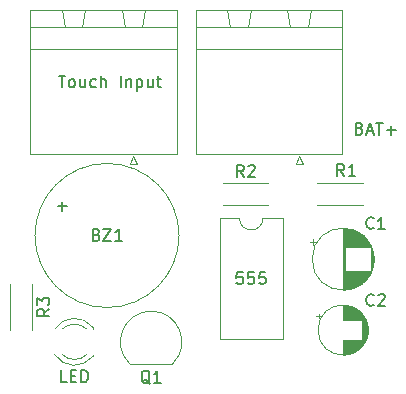
<source format=gbr>
%TF.GenerationSoftware,KiCad,Pcbnew,8.0.5*%
%TF.CreationDate,2025-02-06T17:58:04+03:00*%
%TF.ProjectId,Touch Switch Project,546f7563-6820-4537-9769-746368205072,v01*%
%TF.SameCoordinates,Original*%
%TF.FileFunction,Legend,Top*%
%TF.FilePolarity,Positive*%
%FSLAX46Y46*%
G04 Gerber Fmt 4.6, Leading zero omitted, Abs format (unit mm)*
G04 Created by KiCad (PCBNEW 8.0.5) date 2025-02-06 17:58:04*
%MOMM*%
%LPD*%
G01*
G04 APERTURE LIST*
%ADD10C,0.150000*%
%ADD11C,0.120000*%
G04 APERTURE END LIST*
D10*
X141833333Y-74034819D02*
X141500000Y-73558628D01*
X141261905Y-74034819D02*
X141261905Y-73034819D01*
X141261905Y-73034819D02*
X141642857Y-73034819D01*
X141642857Y-73034819D02*
X141738095Y-73082438D01*
X141738095Y-73082438D02*
X141785714Y-73130057D01*
X141785714Y-73130057D02*
X141833333Y-73225295D01*
X141833333Y-73225295D02*
X141833333Y-73368152D01*
X141833333Y-73368152D02*
X141785714Y-73463390D01*
X141785714Y-73463390D02*
X141738095Y-73511009D01*
X141738095Y-73511009D02*
X141642857Y-73558628D01*
X141642857Y-73558628D02*
X141261905Y-73558628D01*
X142214286Y-73130057D02*
X142261905Y-73082438D01*
X142261905Y-73082438D02*
X142357143Y-73034819D01*
X142357143Y-73034819D02*
X142595238Y-73034819D01*
X142595238Y-73034819D02*
X142690476Y-73082438D01*
X142690476Y-73082438D02*
X142738095Y-73130057D01*
X142738095Y-73130057D02*
X142785714Y-73225295D01*
X142785714Y-73225295D02*
X142785714Y-73320533D01*
X142785714Y-73320533D02*
X142738095Y-73463390D01*
X142738095Y-73463390D02*
X142166667Y-74034819D01*
X142166667Y-74034819D02*
X142785714Y-74034819D01*
X150333333Y-73954819D02*
X150000000Y-73478628D01*
X149761905Y-73954819D02*
X149761905Y-72954819D01*
X149761905Y-72954819D02*
X150142857Y-72954819D01*
X150142857Y-72954819D02*
X150238095Y-73002438D01*
X150238095Y-73002438D02*
X150285714Y-73050057D01*
X150285714Y-73050057D02*
X150333333Y-73145295D01*
X150333333Y-73145295D02*
X150333333Y-73288152D01*
X150333333Y-73288152D02*
X150285714Y-73383390D01*
X150285714Y-73383390D02*
X150238095Y-73431009D01*
X150238095Y-73431009D02*
X150142857Y-73478628D01*
X150142857Y-73478628D02*
X149761905Y-73478628D01*
X151285714Y-73954819D02*
X150714286Y-73954819D01*
X151000000Y-73954819D02*
X151000000Y-72954819D01*
X151000000Y-72954819D02*
X150904762Y-73097676D01*
X150904762Y-73097676D02*
X150809524Y-73192914D01*
X150809524Y-73192914D02*
X150714286Y-73240533D01*
X152833333Y-78359580D02*
X152785714Y-78407200D01*
X152785714Y-78407200D02*
X152642857Y-78454819D01*
X152642857Y-78454819D02*
X152547619Y-78454819D01*
X152547619Y-78454819D02*
X152404762Y-78407200D01*
X152404762Y-78407200D02*
X152309524Y-78311961D01*
X152309524Y-78311961D02*
X152261905Y-78216723D01*
X152261905Y-78216723D02*
X152214286Y-78026247D01*
X152214286Y-78026247D02*
X152214286Y-77883390D01*
X152214286Y-77883390D02*
X152261905Y-77692914D01*
X152261905Y-77692914D02*
X152309524Y-77597676D01*
X152309524Y-77597676D02*
X152404762Y-77502438D01*
X152404762Y-77502438D02*
X152547619Y-77454819D01*
X152547619Y-77454819D02*
X152642857Y-77454819D01*
X152642857Y-77454819D02*
X152785714Y-77502438D01*
X152785714Y-77502438D02*
X152833333Y-77550057D01*
X153785714Y-78454819D02*
X153214286Y-78454819D01*
X153500000Y-78454819D02*
X153500000Y-77454819D01*
X153500000Y-77454819D02*
X153404762Y-77597676D01*
X153404762Y-77597676D02*
X153309524Y-77692914D01*
X153309524Y-77692914D02*
X153214286Y-77740533D01*
X129379272Y-78931009D02*
X129522129Y-78978628D01*
X129522129Y-78978628D02*
X129569748Y-79026247D01*
X129569748Y-79026247D02*
X129617367Y-79121485D01*
X129617367Y-79121485D02*
X129617367Y-79264342D01*
X129617367Y-79264342D02*
X129569748Y-79359580D01*
X129569748Y-79359580D02*
X129522129Y-79407200D01*
X129522129Y-79407200D02*
X129426891Y-79454819D01*
X129426891Y-79454819D02*
X129045939Y-79454819D01*
X129045939Y-79454819D02*
X129045939Y-78454819D01*
X129045939Y-78454819D02*
X129379272Y-78454819D01*
X129379272Y-78454819D02*
X129474510Y-78502438D01*
X129474510Y-78502438D02*
X129522129Y-78550057D01*
X129522129Y-78550057D02*
X129569748Y-78645295D01*
X129569748Y-78645295D02*
X129569748Y-78740533D01*
X129569748Y-78740533D02*
X129522129Y-78835771D01*
X129522129Y-78835771D02*
X129474510Y-78883390D01*
X129474510Y-78883390D02*
X129379272Y-78931009D01*
X129379272Y-78931009D02*
X129045939Y-78931009D01*
X129950701Y-78454819D02*
X130617367Y-78454819D01*
X130617367Y-78454819D02*
X129950701Y-79454819D01*
X129950701Y-79454819D02*
X130617367Y-79454819D01*
X131522129Y-79454819D02*
X130950701Y-79454819D01*
X131236415Y-79454819D02*
X131236415Y-78454819D01*
X131236415Y-78454819D02*
X131141177Y-78597676D01*
X131141177Y-78597676D02*
X131045939Y-78692914D01*
X131045939Y-78692914D02*
X130950701Y-78740533D01*
X126069273Y-76533866D02*
X126831178Y-76533866D01*
X126450225Y-76914819D02*
X126450225Y-76152914D01*
X126862142Y-91414819D02*
X126385952Y-91414819D01*
X126385952Y-91414819D02*
X126385952Y-90414819D01*
X127195476Y-90891009D02*
X127528809Y-90891009D01*
X127671666Y-91414819D02*
X127195476Y-91414819D01*
X127195476Y-91414819D02*
X127195476Y-90414819D01*
X127195476Y-90414819D02*
X127671666Y-90414819D01*
X128100238Y-91414819D02*
X128100238Y-90414819D01*
X128100238Y-90414819D02*
X128338333Y-90414819D01*
X128338333Y-90414819D02*
X128481190Y-90462438D01*
X128481190Y-90462438D02*
X128576428Y-90557676D01*
X128576428Y-90557676D02*
X128624047Y-90652914D01*
X128624047Y-90652914D02*
X128671666Y-90843390D01*
X128671666Y-90843390D02*
X128671666Y-90986247D01*
X128671666Y-90986247D02*
X128624047Y-91176723D01*
X128624047Y-91176723D02*
X128576428Y-91271961D01*
X128576428Y-91271961D02*
X128481190Y-91367200D01*
X128481190Y-91367200D02*
X128338333Y-91414819D01*
X128338333Y-91414819D02*
X128100238Y-91414819D01*
X133904761Y-91550057D02*
X133809523Y-91502438D01*
X133809523Y-91502438D02*
X133714285Y-91407200D01*
X133714285Y-91407200D02*
X133571428Y-91264342D01*
X133571428Y-91264342D02*
X133476190Y-91216723D01*
X133476190Y-91216723D02*
X133380952Y-91216723D01*
X133428571Y-91454819D02*
X133333333Y-91407200D01*
X133333333Y-91407200D02*
X133238095Y-91311961D01*
X133238095Y-91311961D02*
X133190476Y-91121485D01*
X133190476Y-91121485D02*
X133190476Y-90788152D01*
X133190476Y-90788152D02*
X133238095Y-90597676D01*
X133238095Y-90597676D02*
X133333333Y-90502438D01*
X133333333Y-90502438D02*
X133428571Y-90454819D01*
X133428571Y-90454819D02*
X133619047Y-90454819D01*
X133619047Y-90454819D02*
X133714285Y-90502438D01*
X133714285Y-90502438D02*
X133809523Y-90597676D01*
X133809523Y-90597676D02*
X133857142Y-90788152D01*
X133857142Y-90788152D02*
X133857142Y-91121485D01*
X133857142Y-91121485D02*
X133809523Y-91311961D01*
X133809523Y-91311961D02*
X133714285Y-91407200D01*
X133714285Y-91407200D02*
X133619047Y-91454819D01*
X133619047Y-91454819D02*
X133428571Y-91454819D01*
X134809523Y-91454819D02*
X134238095Y-91454819D01*
X134523809Y-91454819D02*
X134523809Y-90454819D01*
X134523809Y-90454819D02*
X134428571Y-90597676D01*
X134428571Y-90597676D02*
X134333333Y-90692914D01*
X134333333Y-90692914D02*
X134238095Y-90740533D01*
X125374819Y-85206666D02*
X124898628Y-85539999D01*
X125374819Y-85778094D02*
X124374819Y-85778094D01*
X124374819Y-85778094D02*
X124374819Y-85397142D01*
X124374819Y-85397142D02*
X124422438Y-85301904D01*
X124422438Y-85301904D02*
X124470057Y-85254285D01*
X124470057Y-85254285D02*
X124565295Y-85206666D01*
X124565295Y-85206666D02*
X124708152Y-85206666D01*
X124708152Y-85206666D02*
X124803390Y-85254285D01*
X124803390Y-85254285D02*
X124851009Y-85301904D01*
X124851009Y-85301904D02*
X124898628Y-85397142D01*
X124898628Y-85397142D02*
X124898628Y-85778094D01*
X124374819Y-84873332D02*
X124374819Y-84254285D01*
X124374819Y-84254285D02*
X124755771Y-84587618D01*
X124755771Y-84587618D02*
X124755771Y-84444761D01*
X124755771Y-84444761D02*
X124803390Y-84349523D01*
X124803390Y-84349523D02*
X124851009Y-84301904D01*
X124851009Y-84301904D02*
X124946247Y-84254285D01*
X124946247Y-84254285D02*
X125184342Y-84254285D01*
X125184342Y-84254285D02*
X125279580Y-84301904D01*
X125279580Y-84301904D02*
X125327200Y-84349523D01*
X125327200Y-84349523D02*
X125374819Y-84444761D01*
X125374819Y-84444761D02*
X125374819Y-84730475D01*
X125374819Y-84730475D02*
X125327200Y-84825713D01*
X125327200Y-84825713D02*
X125279580Y-84873332D01*
X141745939Y-82104819D02*
X141269749Y-82104819D01*
X141269749Y-82104819D02*
X141222130Y-82581009D01*
X141222130Y-82581009D02*
X141269749Y-82533390D01*
X141269749Y-82533390D02*
X141364987Y-82485771D01*
X141364987Y-82485771D02*
X141603082Y-82485771D01*
X141603082Y-82485771D02*
X141698320Y-82533390D01*
X141698320Y-82533390D02*
X141745939Y-82581009D01*
X141745939Y-82581009D02*
X141793558Y-82676247D01*
X141793558Y-82676247D02*
X141793558Y-82914342D01*
X141793558Y-82914342D02*
X141745939Y-83009580D01*
X141745939Y-83009580D02*
X141698320Y-83057200D01*
X141698320Y-83057200D02*
X141603082Y-83104819D01*
X141603082Y-83104819D02*
X141364987Y-83104819D01*
X141364987Y-83104819D02*
X141269749Y-83057200D01*
X141269749Y-83057200D02*
X141222130Y-83009580D01*
X142698320Y-82104819D02*
X142222130Y-82104819D01*
X142222130Y-82104819D02*
X142174511Y-82581009D01*
X142174511Y-82581009D02*
X142222130Y-82533390D01*
X142222130Y-82533390D02*
X142317368Y-82485771D01*
X142317368Y-82485771D02*
X142555463Y-82485771D01*
X142555463Y-82485771D02*
X142650701Y-82533390D01*
X142650701Y-82533390D02*
X142698320Y-82581009D01*
X142698320Y-82581009D02*
X142745939Y-82676247D01*
X142745939Y-82676247D02*
X142745939Y-82914342D01*
X142745939Y-82914342D02*
X142698320Y-83009580D01*
X142698320Y-83009580D02*
X142650701Y-83057200D01*
X142650701Y-83057200D02*
X142555463Y-83104819D01*
X142555463Y-83104819D02*
X142317368Y-83104819D01*
X142317368Y-83104819D02*
X142222130Y-83057200D01*
X142222130Y-83057200D02*
X142174511Y-83009580D01*
X143650701Y-82104819D02*
X143174511Y-82104819D01*
X143174511Y-82104819D02*
X143126892Y-82581009D01*
X143126892Y-82581009D02*
X143174511Y-82533390D01*
X143174511Y-82533390D02*
X143269749Y-82485771D01*
X143269749Y-82485771D02*
X143507844Y-82485771D01*
X143507844Y-82485771D02*
X143603082Y-82533390D01*
X143603082Y-82533390D02*
X143650701Y-82581009D01*
X143650701Y-82581009D02*
X143698320Y-82676247D01*
X143698320Y-82676247D02*
X143698320Y-82914342D01*
X143698320Y-82914342D02*
X143650701Y-83009580D01*
X143650701Y-83009580D02*
X143603082Y-83057200D01*
X143603082Y-83057200D02*
X143507844Y-83104819D01*
X143507844Y-83104819D02*
X143269749Y-83104819D01*
X143269749Y-83104819D02*
X143174511Y-83057200D01*
X143174511Y-83057200D02*
X143126892Y-83009580D01*
X152833333Y-84859580D02*
X152785714Y-84907200D01*
X152785714Y-84907200D02*
X152642857Y-84954819D01*
X152642857Y-84954819D02*
X152547619Y-84954819D01*
X152547619Y-84954819D02*
X152404762Y-84907200D01*
X152404762Y-84907200D02*
X152309524Y-84811961D01*
X152309524Y-84811961D02*
X152261905Y-84716723D01*
X152261905Y-84716723D02*
X152214286Y-84526247D01*
X152214286Y-84526247D02*
X152214286Y-84383390D01*
X152214286Y-84383390D02*
X152261905Y-84192914D01*
X152261905Y-84192914D02*
X152309524Y-84097676D01*
X152309524Y-84097676D02*
X152404762Y-84002438D01*
X152404762Y-84002438D02*
X152547619Y-83954819D01*
X152547619Y-83954819D02*
X152642857Y-83954819D01*
X152642857Y-83954819D02*
X152785714Y-84002438D01*
X152785714Y-84002438D02*
X152833333Y-84050057D01*
X153214286Y-84050057D02*
X153261905Y-84002438D01*
X153261905Y-84002438D02*
X153357143Y-83954819D01*
X153357143Y-83954819D02*
X153595238Y-83954819D01*
X153595238Y-83954819D02*
X153690476Y-84002438D01*
X153690476Y-84002438D02*
X153738095Y-84050057D01*
X153738095Y-84050057D02*
X153785714Y-84145295D01*
X153785714Y-84145295D02*
X153785714Y-84240533D01*
X153785714Y-84240533D02*
X153738095Y-84383390D01*
X153738095Y-84383390D02*
X153166667Y-84954819D01*
X153166667Y-84954819D02*
X153785714Y-84954819D01*
X126166666Y-65454819D02*
X126738094Y-65454819D01*
X126452380Y-66454819D02*
X126452380Y-65454819D01*
X127214285Y-66454819D02*
X127119047Y-66407200D01*
X127119047Y-66407200D02*
X127071428Y-66359580D01*
X127071428Y-66359580D02*
X127023809Y-66264342D01*
X127023809Y-66264342D02*
X127023809Y-65978628D01*
X127023809Y-65978628D02*
X127071428Y-65883390D01*
X127071428Y-65883390D02*
X127119047Y-65835771D01*
X127119047Y-65835771D02*
X127214285Y-65788152D01*
X127214285Y-65788152D02*
X127357142Y-65788152D01*
X127357142Y-65788152D02*
X127452380Y-65835771D01*
X127452380Y-65835771D02*
X127499999Y-65883390D01*
X127499999Y-65883390D02*
X127547618Y-65978628D01*
X127547618Y-65978628D02*
X127547618Y-66264342D01*
X127547618Y-66264342D02*
X127499999Y-66359580D01*
X127499999Y-66359580D02*
X127452380Y-66407200D01*
X127452380Y-66407200D02*
X127357142Y-66454819D01*
X127357142Y-66454819D02*
X127214285Y-66454819D01*
X128404761Y-65788152D02*
X128404761Y-66454819D01*
X127976190Y-65788152D02*
X127976190Y-66311961D01*
X127976190Y-66311961D02*
X128023809Y-66407200D01*
X128023809Y-66407200D02*
X128119047Y-66454819D01*
X128119047Y-66454819D02*
X128261904Y-66454819D01*
X128261904Y-66454819D02*
X128357142Y-66407200D01*
X128357142Y-66407200D02*
X128404761Y-66359580D01*
X129309523Y-66407200D02*
X129214285Y-66454819D01*
X129214285Y-66454819D02*
X129023809Y-66454819D01*
X129023809Y-66454819D02*
X128928571Y-66407200D01*
X128928571Y-66407200D02*
X128880952Y-66359580D01*
X128880952Y-66359580D02*
X128833333Y-66264342D01*
X128833333Y-66264342D02*
X128833333Y-65978628D01*
X128833333Y-65978628D02*
X128880952Y-65883390D01*
X128880952Y-65883390D02*
X128928571Y-65835771D01*
X128928571Y-65835771D02*
X129023809Y-65788152D01*
X129023809Y-65788152D02*
X129214285Y-65788152D01*
X129214285Y-65788152D02*
X129309523Y-65835771D01*
X129738095Y-66454819D02*
X129738095Y-65454819D01*
X130166666Y-66454819D02*
X130166666Y-65931009D01*
X130166666Y-65931009D02*
X130119047Y-65835771D01*
X130119047Y-65835771D02*
X130023809Y-65788152D01*
X130023809Y-65788152D02*
X129880952Y-65788152D01*
X129880952Y-65788152D02*
X129785714Y-65835771D01*
X129785714Y-65835771D02*
X129738095Y-65883390D01*
X131404762Y-66454819D02*
X131404762Y-65454819D01*
X131880952Y-65788152D02*
X131880952Y-66454819D01*
X131880952Y-65883390D02*
X131928571Y-65835771D01*
X131928571Y-65835771D02*
X132023809Y-65788152D01*
X132023809Y-65788152D02*
X132166666Y-65788152D01*
X132166666Y-65788152D02*
X132261904Y-65835771D01*
X132261904Y-65835771D02*
X132309523Y-65931009D01*
X132309523Y-65931009D02*
X132309523Y-66454819D01*
X132785714Y-65788152D02*
X132785714Y-66788152D01*
X132785714Y-65835771D02*
X132880952Y-65788152D01*
X132880952Y-65788152D02*
X133071428Y-65788152D01*
X133071428Y-65788152D02*
X133166666Y-65835771D01*
X133166666Y-65835771D02*
X133214285Y-65883390D01*
X133214285Y-65883390D02*
X133261904Y-65978628D01*
X133261904Y-65978628D02*
X133261904Y-66264342D01*
X133261904Y-66264342D02*
X133214285Y-66359580D01*
X133214285Y-66359580D02*
X133166666Y-66407200D01*
X133166666Y-66407200D02*
X133071428Y-66454819D01*
X133071428Y-66454819D02*
X132880952Y-66454819D01*
X132880952Y-66454819D02*
X132785714Y-66407200D01*
X134119047Y-65788152D02*
X134119047Y-66454819D01*
X133690476Y-65788152D02*
X133690476Y-66311961D01*
X133690476Y-66311961D02*
X133738095Y-66407200D01*
X133738095Y-66407200D02*
X133833333Y-66454819D01*
X133833333Y-66454819D02*
X133976190Y-66454819D01*
X133976190Y-66454819D02*
X134071428Y-66407200D01*
X134071428Y-66407200D02*
X134119047Y-66359580D01*
X134452381Y-65788152D02*
X134833333Y-65788152D01*
X134595238Y-65454819D02*
X134595238Y-66311961D01*
X134595238Y-66311961D02*
X134642857Y-66407200D01*
X134642857Y-66407200D02*
X134738095Y-66454819D01*
X134738095Y-66454819D02*
X134833333Y-66454819D01*
X151642857Y-69931009D02*
X151785714Y-69978628D01*
X151785714Y-69978628D02*
X151833333Y-70026247D01*
X151833333Y-70026247D02*
X151880952Y-70121485D01*
X151880952Y-70121485D02*
X151880952Y-70264342D01*
X151880952Y-70264342D02*
X151833333Y-70359580D01*
X151833333Y-70359580D02*
X151785714Y-70407200D01*
X151785714Y-70407200D02*
X151690476Y-70454819D01*
X151690476Y-70454819D02*
X151309524Y-70454819D01*
X151309524Y-70454819D02*
X151309524Y-69454819D01*
X151309524Y-69454819D02*
X151642857Y-69454819D01*
X151642857Y-69454819D02*
X151738095Y-69502438D01*
X151738095Y-69502438D02*
X151785714Y-69550057D01*
X151785714Y-69550057D02*
X151833333Y-69645295D01*
X151833333Y-69645295D02*
X151833333Y-69740533D01*
X151833333Y-69740533D02*
X151785714Y-69835771D01*
X151785714Y-69835771D02*
X151738095Y-69883390D01*
X151738095Y-69883390D02*
X151642857Y-69931009D01*
X151642857Y-69931009D02*
X151309524Y-69931009D01*
X152261905Y-70169104D02*
X152738095Y-70169104D01*
X152166667Y-70454819D02*
X152500000Y-69454819D01*
X152500000Y-69454819D02*
X152833333Y-70454819D01*
X153023810Y-69454819D02*
X153595238Y-69454819D01*
X153309524Y-70454819D02*
X153309524Y-69454819D01*
X153928572Y-70073866D02*
X154690477Y-70073866D01*
X154309524Y-70454819D02*
X154309524Y-69692914D01*
D11*
%TO.C,R2*%
X140080000Y-74580000D02*
X143920000Y-74580000D01*
X140080000Y-76420000D02*
X143920000Y-76420000D01*
%TO.C,R1*%
X151920000Y-74580000D02*
X148080000Y-74580000D01*
X151920000Y-76420000D02*
X148080000Y-76420000D01*
%TO.C,C1*%
X147445225Y-79525000D02*
X147945225Y-79525000D01*
X147695225Y-79275000D02*
X147695225Y-79775000D01*
X150250000Y-78420000D02*
X150250000Y-83580000D01*
X150290000Y-78420000D02*
X150290000Y-83580000D01*
X150330000Y-78421000D02*
X150330000Y-83579000D01*
X150370000Y-78422000D02*
X150370000Y-83578000D01*
X150410000Y-78424000D02*
X150410000Y-83576000D01*
X150450000Y-78427000D02*
X150450000Y-83573000D01*
X150490000Y-78431000D02*
X150490000Y-79960000D01*
X150490000Y-82040000D02*
X150490000Y-83569000D01*
X150530000Y-78435000D02*
X150530000Y-79960000D01*
X150530000Y-82040000D02*
X150530000Y-83565000D01*
X150570000Y-78439000D02*
X150570000Y-79960000D01*
X150570000Y-82040000D02*
X150570000Y-83561000D01*
X150610000Y-78444000D02*
X150610000Y-79960000D01*
X150610000Y-82040000D02*
X150610000Y-83556000D01*
X150650000Y-78450000D02*
X150650000Y-79960000D01*
X150650000Y-82040000D02*
X150650000Y-83550000D01*
X150690000Y-78457000D02*
X150690000Y-79960000D01*
X150690000Y-82040000D02*
X150690000Y-83543000D01*
X150730000Y-78464000D02*
X150730000Y-79960000D01*
X150730000Y-82040000D02*
X150730000Y-83536000D01*
X150770000Y-78472000D02*
X150770000Y-79960000D01*
X150770000Y-82040000D02*
X150770000Y-83528000D01*
X150810000Y-78480000D02*
X150810000Y-79960000D01*
X150810000Y-82040000D02*
X150810000Y-83520000D01*
X150850000Y-78489000D02*
X150850000Y-79960000D01*
X150850000Y-82040000D02*
X150850000Y-83511000D01*
X150890000Y-78499000D02*
X150890000Y-79960000D01*
X150890000Y-82040000D02*
X150890000Y-83501000D01*
X150930000Y-78509000D02*
X150930000Y-79960000D01*
X150930000Y-82040000D02*
X150930000Y-83491000D01*
X150971000Y-78520000D02*
X150971000Y-79960000D01*
X150971000Y-82040000D02*
X150971000Y-83480000D01*
X151011000Y-78532000D02*
X151011000Y-79960000D01*
X151011000Y-82040000D02*
X151011000Y-83468000D01*
X151051000Y-78545000D02*
X151051000Y-79960000D01*
X151051000Y-82040000D02*
X151051000Y-83455000D01*
X151091000Y-78558000D02*
X151091000Y-79960000D01*
X151091000Y-82040000D02*
X151091000Y-83442000D01*
X151131000Y-78572000D02*
X151131000Y-79960000D01*
X151131000Y-82040000D02*
X151131000Y-83428000D01*
X151171000Y-78586000D02*
X151171000Y-79960000D01*
X151171000Y-82040000D02*
X151171000Y-83414000D01*
X151211000Y-78602000D02*
X151211000Y-79960000D01*
X151211000Y-82040000D02*
X151211000Y-83398000D01*
X151251000Y-78618000D02*
X151251000Y-79960000D01*
X151251000Y-82040000D02*
X151251000Y-83382000D01*
X151291000Y-78635000D02*
X151291000Y-79960000D01*
X151291000Y-82040000D02*
X151291000Y-83365000D01*
X151331000Y-78652000D02*
X151331000Y-79960000D01*
X151331000Y-82040000D02*
X151331000Y-83348000D01*
X151371000Y-78671000D02*
X151371000Y-79960000D01*
X151371000Y-82040000D02*
X151371000Y-83329000D01*
X151411000Y-78690000D02*
X151411000Y-79960000D01*
X151411000Y-82040000D02*
X151411000Y-83310000D01*
X151451000Y-78710000D02*
X151451000Y-79960000D01*
X151451000Y-82040000D02*
X151451000Y-83290000D01*
X151491000Y-78732000D02*
X151491000Y-79960000D01*
X151491000Y-82040000D02*
X151491000Y-83268000D01*
X151531000Y-78753000D02*
X151531000Y-79960000D01*
X151531000Y-82040000D02*
X151531000Y-83247000D01*
X151571000Y-78776000D02*
X151571000Y-79960000D01*
X151571000Y-82040000D02*
X151571000Y-83224000D01*
X151611000Y-78800000D02*
X151611000Y-79960000D01*
X151611000Y-82040000D02*
X151611000Y-83200000D01*
X151651000Y-78825000D02*
X151651000Y-79960000D01*
X151651000Y-82040000D02*
X151651000Y-83175000D01*
X151691000Y-78851000D02*
X151691000Y-79960000D01*
X151691000Y-82040000D02*
X151691000Y-83149000D01*
X151731000Y-78878000D02*
X151731000Y-79960000D01*
X151731000Y-82040000D02*
X151731000Y-83122000D01*
X151771000Y-78905000D02*
X151771000Y-79960000D01*
X151771000Y-82040000D02*
X151771000Y-83095000D01*
X151811000Y-78935000D02*
X151811000Y-79960000D01*
X151811000Y-82040000D02*
X151811000Y-83065000D01*
X151851000Y-78965000D02*
X151851000Y-79960000D01*
X151851000Y-82040000D02*
X151851000Y-83035000D01*
X151891000Y-78996000D02*
X151891000Y-79960000D01*
X151891000Y-82040000D02*
X151891000Y-83004000D01*
X151931000Y-79029000D02*
X151931000Y-79960000D01*
X151931000Y-82040000D02*
X151931000Y-82971000D01*
X151971000Y-79063000D02*
X151971000Y-79960000D01*
X151971000Y-82040000D02*
X151971000Y-82937000D01*
X152011000Y-79099000D02*
X152011000Y-79960000D01*
X152011000Y-82040000D02*
X152011000Y-82901000D01*
X152051000Y-79136000D02*
X152051000Y-79960000D01*
X152051000Y-82040000D02*
X152051000Y-82864000D01*
X152091000Y-79174000D02*
X152091000Y-79960000D01*
X152091000Y-82040000D02*
X152091000Y-82826000D01*
X152131000Y-79215000D02*
X152131000Y-79960000D01*
X152131000Y-82040000D02*
X152131000Y-82785000D01*
X152171000Y-79257000D02*
X152171000Y-79960000D01*
X152171000Y-82040000D02*
X152171000Y-82743000D01*
X152211000Y-79301000D02*
X152211000Y-79960000D01*
X152211000Y-82040000D02*
X152211000Y-82699000D01*
X152251000Y-79347000D02*
X152251000Y-79960000D01*
X152251000Y-82040000D02*
X152251000Y-82653000D01*
X152291000Y-79395000D02*
X152291000Y-79960000D01*
X152291000Y-82040000D02*
X152291000Y-82605000D01*
X152331000Y-79446000D02*
X152331000Y-79960000D01*
X152331000Y-82040000D02*
X152331000Y-82554000D01*
X152371000Y-79500000D02*
X152371000Y-79960000D01*
X152371000Y-82040000D02*
X152371000Y-82500000D01*
X152411000Y-79557000D02*
X152411000Y-79960000D01*
X152411000Y-82040000D02*
X152411000Y-82443000D01*
X152451000Y-79617000D02*
X152451000Y-79960000D01*
X152451000Y-82040000D02*
X152451000Y-82383000D01*
X152491000Y-79681000D02*
X152491000Y-79960000D01*
X152491000Y-82040000D02*
X152491000Y-82319000D01*
X152531000Y-79749000D02*
X152531000Y-79960000D01*
X152531000Y-82040000D02*
X152531000Y-82251000D01*
X152571000Y-79822000D02*
X152571000Y-82178000D01*
X152611000Y-79902000D02*
X152611000Y-82098000D01*
X152651000Y-79989000D02*
X152651000Y-82011000D01*
X152691000Y-80085000D02*
X152691000Y-81915000D01*
X152731000Y-80195000D02*
X152731000Y-81805000D01*
X152771000Y-80323000D02*
X152771000Y-81677000D01*
X152811000Y-80482000D02*
X152811000Y-81518000D01*
X152851000Y-80716000D02*
X152851000Y-81284000D01*
X152870000Y-81000000D02*
G75*
G02*
X147630000Y-81000000I-2620000J0D01*
G01*
X147630000Y-81000000D02*
G75*
G02*
X152870000Y-81000000I2620000J0D01*
G01*
%TO.C,BZ1*%
X136360225Y-79000000D02*
G75*
G02*
X124160225Y-79000000I-6100000J0D01*
G01*
X124160225Y-79000000D02*
G75*
G02*
X136360225Y-79000000I6100000J0D01*
G01*
%TO.C,LED*%
X129065000Y-86920000D02*
X129065000Y-86764000D01*
X129065000Y-89236000D02*
X129065000Y-89080000D01*
X125832665Y-86921392D02*
G75*
G02*
X129065000Y-86764484I1672335J-1078608D01*
G01*
X126463870Y-86920163D02*
G75*
G02*
X128545961Y-86920000I1041130J-1079837D01*
G01*
X128545961Y-89080000D02*
G75*
G02*
X126463870Y-89079837I-1040961J1080000D01*
G01*
X129065000Y-89235516D02*
G75*
G02*
X125832665Y-89078608I-1560000J1235516D01*
G01*
%TO.C,Q1*%
X132200000Y-89850000D02*
X135800000Y-89850000D01*
X132161522Y-89838478D02*
G75*
G02*
X134000000Y-85399999I1838478J1838478D01*
G01*
X134000000Y-85400000D02*
G75*
G02*
X135838478Y-89838478I0J-2600000D01*
G01*
%TO.C,R3*%
X122080000Y-83120000D02*
X122080000Y-86960000D01*
X123920000Y-83120000D02*
X123920000Y-86960000D01*
%TO.C,555*%
X139820225Y-77520000D02*
X139820225Y-87800000D01*
X139820225Y-87800000D02*
X145120225Y-87800000D01*
X141470225Y-77520000D02*
X139820225Y-77520000D01*
X145120225Y-77520000D02*
X143470225Y-77520000D01*
X145120225Y-87800000D02*
X145120225Y-77520000D01*
X143470225Y-77520000D02*
G75*
G02*
X141470225Y-77520000I-1000000J0D01*
G01*
%TO.C,C2*%
X147980199Y-85805000D02*
X148380199Y-85805000D01*
X148180199Y-85605000D02*
X148180199Y-86005000D01*
X150250000Y-84920000D02*
X150250000Y-86160000D01*
X150250000Y-87840000D02*
X150250000Y-89080000D01*
X150290000Y-84920000D02*
X150290000Y-86160000D01*
X150290000Y-87840000D02*
X150290000Y-89080000D01*
X150330000Y-84921000D02*
X150330000Y-86160000D01*
X150330000Y-87840000D02*
X150330000Y-89079000D01*
X150370000Y-84923000D02*
X150370000Y-86160000D01*
X150370000Y-87840000D02*
X150370000Y-89077000D01*
X150410000Y-84926000D02*
X150410000Y-86160000D01*
X150410000Y-87840000D02*
X150410000Y-89074000D01*
X150450000Y-84929000D02*
X150450000Y-86160000D01*
X150450000Y-87840000D02*
X150450000Y-89071000D01*
X150490000Y-84933000D02*
X150490000Y-86160000D01*
X150490000Y-87840000D02*
X150490000Y-89067000D01*
X150530000Y-84938000D02*
X150530000Y-86160000D01*
X150530000Y-87840000D02*
X150530000Y-89062000D01*
X150570000Y-84944000D02*
X150570000Y-86160000D01*
X150570000Y-87840000D02*
X150570000Y-89056000D01*
X150610000Y-84950000D02*
X150610000Y-86160000D01*
X150610000Y-87840000D02*
X150610000Y-89050000D01*
X150650000Y-84958000D02*
X150650000Y-86160000D01*
X150650000Y-87840000D02*
X150650000Y-89042000D01*
X150690000Y-84966000D02*
X150690000Y-86160000D01*
X150690000Y-87840000D02*
X150690000Y-89034000D01*
X150730000Y-84975000D02*
X150730000Y-86160000D01*
X150730000Y-87840000D02*
X150730000Y-89025000D01*
X150770000Y-84984000D02*
X150770000Y-86160000D01*
X150770000Y-87840000D02*
X150770000Y-89016000D01*
X150810000Y-84995000D02*
X150810000Y-86160000D01*
X150810000Y-87840000D02*
X150810000Y-89005000D01*
X150850000Y-85006000D02*
X150850000Y-86160000D01*
X150850000Y-87840000D02*
X150850000Y-88994000D01*
X150890000Y-85018000D02*
X150890000Y-86160000D01*
X150890000Y-87840000D02*
X150890000Y-88982000D01*
X150930000Y-85032000D02*
X150930000Y-86160000D01*
X150930000Y-87840000D02*
X150930000Y-88968000D01*
X150971000Y-85046000D02*
X150971000Y-86160000D01*
X150971000Y-87840000D02*
X150971000Y-88954000D01*
X151011000Y-85060000D02*
X151011000Y-86160000D01*
X151011000Y-87840000D02*
X151011000Y-88940000D01*
X151051000Y-85076000D02*
X151051000Y-86160000D01*
X151051000Y-87840000D02*
X151051000Y-88924000D01*
X151091000Y-85093000D02*
X151091000Y-86160000D01*
X151091000Y-87840000D02*
X151091000Y-88907000D01*
X151131000Y-85111000D02*
X151131000Y-86160000D01*
X151131000Y-87840000D02*
X151131000Y-88889000D01*
X151171000Y-85130000D02*
X151171000Y-86160000D01*
X151171000Y-87840000D02*
X151171000Y-88870000D01*
X151211000Y-85149000D02*
X151211000Y-86160000D01*
X151211000Y-87840000D02*
X151211000Y-88851000D01*
X151251000Y-85170000D02*
X151251000Y-86160000D01*
X151251000Y-87840000D02*
X151251000Y-88830000D01*
X151291000Y-85192000D02*
X151291000Y-86160000D01*
X151291000Y-87840000D02*
X151291000Y-88808000D01*
X151331000Y-85215000D02*
X151331000Y-86160000D01*
X151331000Y-87840000D02*
X151331000Y-88785000D01*
X151371000Y-85240000D02*
X151371000Y-86160000D01*
X151371000Y-87840000D02*
X151371000Y-88760000D01*
X151411000Y-85265000D02*
X151411000Y-86160000D01*
X151411000Y-87840000D02*
X151411000Y-88735000D01*
X151451000Y-85292000D02*
X151451000Y-86160000D01*
X151451000Y-87840000D02*
X151451000Y-88708000D01*
X151491000Y-85320000D02*
X151491000Y-86160000D01*
X151491000Y-87840000D02*
X151491000Y-88680000D01*
X151531000Y-85350000D02*
X151531000Y-86160000D01*
X151531000Y-87840000D02*
X151531000Y-88650000D01*
X151571000Y-85381000D02*
X151571000Y-86160000D01*
X151571000Y-87840000D02*
X151571000Y-88619000D01*
X151611000Y-85413000D02*
X151611000Y-86160000D01*
X151611000Y-87840000D02*
X151611000Y-88587000D01*
X151651000Y-85448000D02*
X151651000Y-86160000D01*
X151651000Y-87840000D02*
X151651000Y-88552000D01*
X151691000Y-85484000D02*
X151691000Y-86160000D01*
X151691000Y-87840000D02*
X151691000Y-88516000D01*
X151731000Y-85522000D02*
X151731000Y-86160000D01*
X151731000Y-87840000D02*
X151731000Y-88478000D01*
X151771000Y-85562000D02*
X151771000Y-86160000D01*
X151771000Y-87840000D02*
X151771000Y-88438000D01*
X151811000Y-85604000D02*
X151811000Y-86160000D01*
X151811000Y-87840000D02*
X151811000Y-88396000D01*
X151851000Y-85649000D02*
X151851000Y-88351000D01*
X151891000Y-85696000D02*
X151891000Y-88304000D01*
X151931000Y-85746000D02*
X151931000Y-88254000D01*
X151971000Y-85800000D02*
X151971000Y-88200000D01*
X152011000Y-85858000D02*
X152011000Y-88142000D01*
X152051000Y-85920000D02*
X152051000Y-88080000D01*
X152091000Y-85987000D02*
X152091000Y-88013000D01*
X152131000Y-86060000D02*
X152131000Y-87940000D01*
X152171000Y-86141000D02*
X152171000Y-87859000D01*
X152211000Y-86232000D02*
X152211000Y-87768000D01*
X152251000Y-86336000D02*
X152251000Y-87664000D01*
X152291000Y-86463000D02*
X152291000Y-87537000D01*
X152331000Y-86630000D02*
X152331000Y-87370000D01*
X152370000Y-87000000D02*
G75*
G02*
X148130000Y-87000000I-2120000J0D01*
G01*
X148130000Y-87000000D02*
G75*
G02*
X152370000Y-87000000I2120000J0D01*
G01*
%TO.C,Touch Input*%
X123770000Y-59890000D02*
X123770000Y-72110000D01*
X123770000Y-61390000D02*
X136150000Y-61390000D01*
X123770000Y-63190000D02*
X123770000Y-61390000D01*
X123770000Y-72110000D02*
X136150000Y-72110000D01*
X126420000Y-59890000D02*
X126670000Y-61390000D01*
X126670000Y-61390000D02*
X128170000Y-61390000D01*
X128170000Y-61390000D02*
X128420000Y-59890000D01*
X128420000Y-59890000D02*
X126420000Y-59890000D01*
X131500000Y-59890000D02*
X131750000Y-61390000D01*
X131750000Y-61390000D02*
X133250000Y-61390000D01*
X132200000Y-72910000D02*
X132500000Y-72310000D01*
X132500000Y-72310000D02*
X132800000Y-72910000D01*
X132800000Y-72910000D02*
X132200000Y-72910000D01*
X133250000Y-61390000D02*
X133500000Y-59890000D01*
X133500000Y-59890000D02*
X131500000Y-59890000D01*
X136150000Y-59890000D02*
X123770000Y-59890000D01*
X136150000Y-61390000D02*
X136150000Y-63190000D01*
X136150000Y-63190000D02*
X123770000Y-63190000D01*
X136150000Y-72110000D02*
X136150000Y-59890000D01*
%TO.C,BAT+*%
X137810000Y-59890000D02*
X137810000Y-72110000D01*
X137810000Y-61390000D02*
X150190000Y-61390000D01*
X137810000Y-63190000D02*
X137810000Y-61390000D01*
X137810000Y-72110000D02*
X150190000Y-72110000D01*
X140460000Y-59890000D02*
X140710000Y-61390000D01*
X140710000Y-61390000D02*
X142210000Y-61390000D01*
X142210000Y-61390000D02*
X142460000Y-59890000D01*
X142460000Y-59890000D02*
X140460000Y-59890000D01*
X145540000Y-59890000D02*
X145790000Y-61390000D01*
X145790000Y-61390000D02*
X147290000Y-61390000D01*
X146240000Y-72910000D02*
X146540000Y-72310000D01*
X146540000Y-72310000D02*
X146840000Y-72910000D01*
X146840000Y-72910000D02*
X146240000Y-72910000D01*
X147290000Y-61390000D02*
X147540000Y-59890000D01*
X147540000Y-59890000D02*
X145540000Y-59890000D01*
X150190000Y-59890000D02*
X137810000Y-59890000D01*
X150190000Y-61390000D02*
X150190000Y-63190000D01*
X150190000Y-63190000D02*
X137810000Y-63190000D01*
X150190000Y-72110000D02*
X150190000Y-59890000D01*
%TD*%
M02*

</source>
